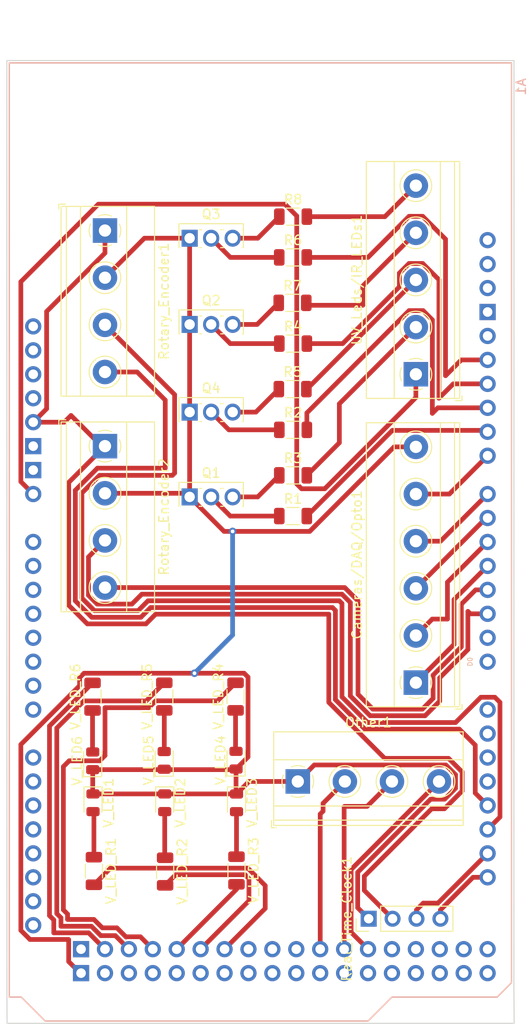
<source format=kicad_pcb>
(kicad_pcb (version 20240108) (generator "pcbnew") (generator_version "8.0")
  (layers (0 "F.Cu" signal) (31 "B.Cu" signal) (34 "B.Paste" user) (35 "F.Paste" user) (36 "B.SilkS" user "B.Silkscreen") (37 "F.SilkS" user "F.Silkscreen") (38 "B.Mask" user) (39 "F.Mask" user) (44 "Edge.Cuts" user))
  (net 0 "")
  (net 2 "+5V")
  (net 24 "Net-(A1-D2_INT0)")
  (net 25 "Net-(A1-D3_INT1)")
  (net 26 "Net-(Cameras/DAQ/Opto1-Pin_1)")
  (net 27 "Net-(Cameras/DAQ/Opto1-Pin_2)")
  (net 28 "Net-(Cameras/DAQ/Opto1-Pin_3)")
  (net 29 "Net-(Cameras/DAQ/Opto1-Pin_4)")
  (net 30 "Net-(Cameras/DAQ/Opto1-Pin_5)")
  (net 31 "Net-(A1-PadD9)")
  (net 32 "Net-(A1-PadD10)")
  (net 33 "Net-(A1-PadD11)")
  (net 34 "Net-(A1-PadD12)")
  (net 40 "Net-(A1-D18{slash}TX1)")
  (net 41 "Net-(A1-D19{slash}RX1)")
  (net 42 "Net-(A1-D20{slash}SDA)")
  (net 43 "Net-(A1-D21{slash}SCL)")
  (net 52 "Net-(Other1-Pin_4)")
  (net 54 "Net-(Other1-Pin_3)")
  (net 56 "Net-(Other1-Pin_2)")
  (net 64 "Net-(A1-PadD42)")
  (net 66 "Net-(A1-PadD44)")
  (net 68 "Net-(A1-PadD46)")
  (net 70 "Net-(A1-PadD48)")
  (net 72 "Net-(A1-D50_MISO)")
  (net 74 "Net-(A1-D52_SCK)")
  (net 80 "GND")
  (net 85 "VCC")
  (net 86 "Net-(Q1-B)")
  (net 87 "Net-(Q1-C)")
  (net 88 "Net-(Q2-B)")
  (net 89 "Net-(Q2-C)")
  (net 90 "Net-(Q3-B)")
  (net 91 "Net-(Q3-C)")
  (net 92 "Net-(Q4-B)")
  (net 93 "Net-(Q4-C)")
  (net 94 "Net-(UV_Leds/IR_LEDs1-Pin_2)")
  (net 95 "Net-(UV_Leds/IR_LEDs1-Pin_3)")
  (net 96 "Net-(UV_Leds/IR_LEDs1-Pin_4)")
  (net 97 "Net-(UV_Leds/IR_LEDs1-Pin_5)")
  (net 98 "Net-(V_LED1-A)")
  (net 99 "Net-(V_LED2-A)")
  (net 100 "Net-(V_LED3-A)")
  (net 101 "Net-(V_LED4-A)")
  (net 102 "Net-(V_LED5-A)")
  (net 103 "Net-(V_LED6-A)")
  (footprint "arduino-library:Arduino_Mega2560_R3_Shield_Reduced_Hole" (layer "F.Cu") (at 208.5336 41.4048 -90)
    (property "Reference" "A1")
    (property "Value" "Arduino_Mega2560_R3_Shield")
  )
  (footprint "Connector_PinHeader_2.54mm:PinHeader_1x04_P2.54mm_Vertical" (layer "F.Cu") (at 246.7 132.1562 90)
    (property "Reference" "Real_Time_Clock1")
    (property "Value" "Conn_01x04_Pin")
  )
  (footprint "LED_SMD:LED_0805_2012Metric" (layer "F.Cu") (at 232.6132 115.3437 90)
    (property "Reference" "V_LED4")
    (property "Value" "LED")
  )
  (footprint "TerminalBlock_Phoenix:TerminalBlock_Phoenix_MKDS-1,5-5_1x05_P5.00mm_Horizontal" (layer "F.Cu") (at 251.714 74.422 90)
    (property "Reference" "UV_Leds/IR_LEDs1")
    (property "Value" "Screw_Terminal_01x05")
  )
  (footprint "TerminalBlock_Phoenix:TerminalBlock_Phoenix_MKDS-1,5-4_1x04_P5.00mm_Horizontal" (layer "F.Cu") (at 218.694 59.182 -90)
    (property "Reference" "Rotary_Encoder1")
    (property "Value" "Screw_Terminal_01x04")
  )
  (footprint "TerminalBlock_Phoenix:TerminalBlock_Phoenix_MKDS-1,5-4_1x04_P5.00mm_Horizontal" (layer "F.Cu") (at 218.694 82.042 -90)
    (property "Reference" "Rotary_Encoder2")
    (property "Value" "Screw_Terminal_01x04")
  )
  (footprint "LED_SMD:LED_0805_2012Metric" (layer "F.Cu") (at 217.3932 115.4112 90)
    (property "Reference" "V_LED6")
    (property "Value" "LED")
  )
  (footprint "Resistor_SMD:R_1206_3216Metric" (layer "F.Cu") (at 238.6691 89.4588)
    (property "Reference" "R1")
    (property "Value" "1000")
  )
  (footprint "Resistor_SMD:R_1206_3216Metric" (layer "F.Cu") (at 232.66 127.0425 -90)
    (property "Reference" "V_LED_R3")
    (property "Value" "300")
  )
  (footprint "LED_SMD:LED_0805_2012Metric" (layer "F.Cu") (at 217.424 119.8603 -90)
    (property "Reference" "V_LED1")
    (property "Value" "LED")
  )
  (footprint "Resistor_SMD:R_1206_3216Metric" (layer "F.Cu") (at 238.6625 62.03)
    (property "Reference" "R6")
    (property "Value" "1000")
  )
  (footprint "LED_SMD:LED_0805_2012Metric" (layer "F.Cu") (at 225.04 119.86 -90)
    (property "Reference" "V_LED2")
    (property "Value" "LED")
  )
  (footprint "TerminalBlock_Phoenix:TerminalBlock_Phoenix_MKDS-1,5-4_1x04_P5.00mm_Horizontal" (layer "F.Cu") (at 239.174 117.602)
    (property "Reference" "Other1")
    (property "Value" "Screw_Terminal_01x04")
  )
  (footprint "Package_TO_SOT_THT:SIPAK_Vertical" (layer "F.Cu") (at 227.6856 59.9948)
    (property "Reference" "Q3")
    (property "Value" "2N2219")
  )
  (footprint "Resistor_SMD:R_1206_3216Metric" (layer "F.Cu") (at 238.6731 80.3148)
    (property "Reference" "R2")
    (property "Value" "1000")
  )
  (footprint "Resistor_SMD:R_1206_3216Metric" (layer "F.Cu") (at 225.08 127.1525 -90)
    (property "Reference" "V_LED_R2")
    (property "Value" "300")
  )
  (footprint "Resistor_SMD:R_1206_3216Metric" (layer "F.Cu") (at 232.5624 108.5997 90)
    (property "Reference" "V_LED_R4")
    (property "Value" "300")
  )
  (footprint "LED_SMD:LED_0805_2012Metric" (layer "F.Cu") (at 232.664 119.8675 -90)
    (property "Reference" "V_LED3")
    (property "Value" "LED")
  )
  (footprint "Resistor_SMD:R_1206_3216Metric" (layer "F.Cu") (at 238.6731 71.1708)
    (property "Reference" "R4")
    (property "Value" "1000")
  )
  (footprint "Package_TO_SOT_THT:SIPAK_Vertical" (layer "F.Cu") (at 227.6856 69.1388)
    (property "Reference" "Q2")
    (property "Value" "2N2219")
  )
  (footprint "Resistor_SMD:R_1206_3216Metric" (layer "F.Cu") (at 238.6691 85.1408)
    (property "Reference" "R3")
    (property "Value" "300")
  )
  (footprint "Resistor_SMD:R_1206_3216Metric" (layer "F.Cu") (at 238.6223 75.9968)
    (property "Reference" "R5")
    (property "Value" "300")
  )
  (footprint "Resistor_SMD:R_1206_3216Metric" (layer "F.Cu") (at 238.61 66.85)
    (property "Reference" "R7")
    (property "Value" "300")
  )
  (footprint "Resistor_SMD:R_1206_3216Metric" (layer "F.Cu") (at 217.52 127.0925 -90)
    (property "Reference" "V_LED_R1")
    (property "Value" "300")
  )
  (footprint "Resistor_SMD:R_1206_3216Metric" (layer "F.Cu") (at 224.9932 108.5997 90)
    (property "Reference" "V_LED_R5")
    (property "Value" "300")
  )
  (footprint "Resistor_SMD:R_1206_3216Metric" (layer "F.Cu") (at 217.3732 108.6104 90)
    (property "Reference" "V_LED_R6")
    (property "Value" "300")
  )
  (footprint "LED_SMD:LED_0805_2012Metric" (layer "F.Cu") (at 224.9832 115.3637 90)
    (property "Reference" "V_LED5")
    (property "Value" "LED")
  )
  (footprint "Package_TO_SOT_THT:SIPAK_Vertical" (layer "F.Cu") (at 227.6856 78.4352)
    (property "Reference" "Q4")
    (property "Value" "2N2219")
  )
  (footprint "Package_TO_SOT_THT:SIPAK_Vertical" (layer "F.Cu") (at 227.6856 87.4268)
    (property "Reference" "Q1")
    (property "Value" "2N2219")
  )
  (footprint "TerminalBlock_Phoenix:TerminalBlock_Phoenix_MKDS-1,5-6_1x06_P5.00mm_Horizontal" (layer "F.Cu") (at 251.714 107.122 90)
    (property "Reference" "Cameras/DAQ/Opto1")
    (property "Value" "Screw_Terminal_01x06")
  )
  (footprint "Resistor_SMD:R_1206_3216Metric" (layer "F.Cu") (at 238.6725 57.71)
    (property "Reference" "R8")
    (property "Value" "300")
  )
  (gr_line (start 262.1236 139.0448) (end 262.1336 41.1548) (stroke (width 0.1)) (layer "Edge.Cuts"))
  (gr_line (start 262.1336 41.1548) (end 208.2736 41.1548) (stroke (width 0.1)) (layer "Edge.Cuts"))
  (gr_line (start 262.1536 143.2448) (end 208.2936 143.2448) (stroke (width 0.1)) (layer "Edge.Cuts"))
  (gr_line (start 208.2836 140.7148) (end 208.2936 143.2448) (stroke (width 0.1)) (layer "Edge.Cuts"))
  (gr_line (start 208.2736 41.1548) (end 208.2836 140.7148) (stroke (width 0.1)) (layer "Edge.Cuts"))
  (gr_line (start 262.1236 139.0448) (end 262.1536 143.2448) (stroke (width 0.1)) (layer "Edge.Cuts"))
  (segment (start 224.0788 99.8616) (end 223.0484 100.892) (width 0.5) (layer "F.Cu") (net 2))
  (segment (start 214.844 85.892) (end 218.694 82.042) (width 0.5) (layer "F.Cu") (net 2))
  (segment (start 253.3904 120.4976) (end 254.743224 120.4976) (width 0.5) (layer "F.Cu") (net 2))
  (segment (start 212.4964 78.082) (end 211.0736 79.5048) (width 0.5) (layer "F.Cu") (net 2))
  (segment (start 246.2364 129.1526) (end 246.2364 127.6516) (width 0.5) (layer "F.Cu") (net 2))
  (segment (start 242.466213 109.21521) (end 242.466213 99.8616) (width 0.5) (layer "F.Cu") (net 2))
  (segment (start 242.466213 99.8616) (end 224.0788 99.8616) (width 0.5) (layer "F.Cu") (net 2))
  (segment (start 255.188824 115.152) (end 248.403003 115.152) (width 0.5) (layer "F.Cu") (net 2))
  (segment (start 254.743224 120.4976) (end 256.624 118.616824) (width 0.5) (layer "F.Cu") (net 2))
  (segment (start 249.24 132.1562) (end 246.2364 129.1526) (width 0.5) (layer "F.Cu") (net 2))
  (segment (start 215.0872 78.7908) (end 214.3732 79.5048) (width 0.5) (layer "F.Cu") (net 2))
  (segment (start 214.844 98.9184) (end 214.844 85.892) (width 0.5) (layer "F.Cu") (net 2))
  (segment (start 248.403003 115.152) (end 242.466213 109.21521) (width 0.5) (layer "F.Cu") (net 2))
  (segment (start 256.624 116.587176) (end 255.188824 115.152) (width 0.5) (layer "F.Cu") (net 2))
  (segment (start 218.694 59.182) (end 218.694 61.5696) (width 0.5) (layer "F.Cu") (net 2))
  (segment (start 212.4964 67.7672) (end 212.4964 78.082) (width 0.5) (layer "F.Cu") (net 2))
  (segment (start 256.624 118.616824) (end 256.624 116.587176) (width 0.5) (layer "F.Cu") (net 2))
  (segment (start 218.3384 82.042) (end 215.0872 78.7908) (width 0.5) (layer "F.Cu") (net 2))
  (segment (start 216.8176 100.892) (end 214.844 98.9184) (width 0.5) (layer "F.Cu") (net 2))
  (segment (start 218.694 82.042) (end 218.3384 82.042) (width 0.5) (layer "F.Cu") (net 2))
  (segment (start 218.694 61.5696) (end 212.4964 67.7672) (width 0.5) (layer "F.Cu") (net 2))
  (segment (start 246.2364 127.6516) (end 253.3904 120.4976) (width 0.5) (layer "F.Cu") (net 2))
  (segment (start 223.0484 100.892) (end 216.8176 100.892) (width 0.5) (layer "F.Cu") (net 2))
  (segment (start 214.3732 79.5048) (end 211.0736 79.5048) (width 0.5) (layer "F.Cu") (net 2))
  (segment (start 243.869176 97.742) (end 244.7544 98.627224) (width 0.5) (layer "F.Cu") (net 24))
  (segment (start 216.944 97.8688) (end 217.8672 98.792) (width 0.5) (layer "F.Cu") (net 24))
  (segment (start 216.944 93.792) (end 216.944 97.8688) (width 0.5) (layer "F.Cu") (net 24))
  (segment (start 254.2428 109.083149) (end 254.2428 106.61435) (width 0.5) (layer "F.Cu") (net 24))
  (segment (start 254.2428 106.61435) (end 257.24 103.617149) (width 0.5) (layer "F.Cu") (net 24))
  (segment (start 246.85205 110.6312) (end 252.69475 110.6312) (width 0.5) (layer "F.Cu") (net 24))
  (segment (start 252.69475 110.6312) (end 254.2428 109.083149) (width 0.5) (layer "F.Cu") (net 24))
  (segment (start 257.4968 99.8248) (end 259.3336 99.8248) (width 0.5) (layer "F.Cu") (net 24))
  (segment (start 222.6056 97.742) (end 243.869176 97.742) (width 0.5) (layer "F.Cu") (net 24))
  (segment (start 257.24 103.617149) (end 257.24 99.568) (width 0.5) (layer "F.Cu") (net 24))
  (segment (start 221.5556 98.792) (end 222.6056 97.742) (width 0.5) (layer "F.Cu") (net 24))
  (segment (start 244.7544 98.627224) (end 244.7544 108.53355) (width 0.5) (layer "F.Cu") (net 24))
  (segment (start 244.7544 108.53355) (end 246.85205 110.6312) (width 0.5) (layer "F.Cu") (net 24))
  (segment (start 218.694 92.042) (end 216.944 93.792) (width 0.5) (layer "F.Cu") (net 24))
  (segment (start 217.8672 98.792) (end 221.5556 98.792) (width 0.5) (layer "F.Cu") (net 24))
  (segment (start 257.24 99.568) (end 257.4968 99.8248) (width 0.5) (layer "F.Cu") (net 24))
  (segment (start 252.4048 109.9312) (end 253.5428 108.7932) (width 0.5) (layer "F.Cu") (net 25))
  (segment (start 245.5672 98.450074) (end 245.5672 108.3564) (width 0.5) (layer "F.Cu") (net 25))
  (segment (start 253.5428 106.3244) (end 256.54 103.3272) (width 0.5) (layer "F.Cu") (net 25))
  (segment (start 253.5428 108.7932) (end 253.5428 106.3244) (width 0.5) (layer "F.Cu") (net 25))
  (segment (start 244.159126 97.042) (end 245.5672 98.450074) (width 0.5) (layer "F.Cu") (net 25))
  (segment (start 256.54 103.3272) (end 256.54 98.806) (width 0.5) (layer "F.Cu") (net 25))
  (segment (start 258.0612 97.2848) (end 259.3336 97.2848) (width 0.5) (layer "F.Cu") (net 25))
  (segment (start 247.142 109.9312) (end 252.4048 109.9312) (width 0.5) (layer "F.Cu") (net 25))
  (segment (start 218.694 97.042) (end 244.159126 97.042) (width 0.5) (layer "F.Cu") (net 25))
  (segment (start 245.5672 108.3564) (end 247.142 109.9312) (width 0.5) (layer "F.Cu") (net 25))
  (segment (start 256.54 98.806) (end 258.0612 97.2848) (width 0.5) (layer "F.Cu") (net 25))
  (segment (start 251.714 107.122) (end 255.7668 103.0692) (width 0.5) (layer "F.Cu") (net 26))
  (segment (start 255.7668 98.3116) (end 259.3336 94.7448) (width 0.5) (layer "F.Cu") (net 26))
  (segment (start 255.7668 103.0692) (end 255.7668 98.3116) (width 0.5) (layer "F.Cu") (net 26))
  (segment (start 255.0668 100.3808) (end 253.4552 100.3808) (width 0.5) (layer "F.Cu") (net 27))
  (segment (start 255.0668 96.4716) (end 255.0668 100.3808) (width 0.5) (layer "F.Cu") (net 27))
  (segment (start 253.4552 100.3808) (end 251.714 102.122) (width 0.5) (layer "F.Cu") (net 27))
  (segment (start 259.3336 92.2048) (end 255.0668 96.4716) (width 0.5) (layer "F.Cu") (net 27))
  (segment (start 259.1712 89.6648) (end 259.3336 89.6648) (width 0.5) (layer "F.Cu") (net 28))
  (segment (start 251.714 97.122) (end 259.1712 89.6648) (width 0.5) (layer "F.Cu") (net 28))
  (segment (start 251.714 92.122) (end 254.3364 92.122) (width 0.5) (layer "F.Cu") (net 29))
  (segment (start 254.3364 92.122) (end 259.3336 87.1248) (width 0.5) (layer "F.Cu") (net 29))
  (segment (start 255.2724 87.122) (end 259.3336 83.0608) (width 0.5) (layer "F.Cu") (net 30))
  (segment (start 251.714 87.122) (end 255.2724 87.122) (width 0.5) (layer "F.Cu") (net 30))
  (segment (start 249.2184 80.372) (end 259.1848 80.372) (width 0.5) (layer "F.Cu") (net 31))
  (segment (start 240.1316 89.4588) (end 249.2184 80.372) (width 0.5) (layer "F.Cu") (net 31))
  (segment (start 259.1848 80.372) (end 259.3336 80.5208) (width 0.5) (layer "F.Cu") (net 31))
  (segment (start 240.1356 80.3148) (end 240.1356 78.525526) (width 0.5) (layer "F.Cu") (net 32))
  (segment (start 253.464 68.6536) (end 253.464 78.5648) (width 0.5) (layer "F.Cu") (net 32))
  (segment (start 240.1356 78.525526) (end 250.989126 67.672) (width 0.5) (layer "F.Cu") (net 32))
  (segment (start 250.989126 67.672) (end 252.4824 67.672) (width 0.5) (layer "F.Cu") (net 32))
  (segment (start 252.4824 67.672) (end 253.464 68.6536) (width 0.5) (layer "F.Cu") (net 32))
  (segment (start 253.464 78.5648) (end 254.048 77.9808) (width 0.5) (layer "F.Cu") (net 32))
  (segment (start 254.048 77.9808) (end 259.3336 77.9808) (width 0.5) (layer "F.Cu") (net 32))
  (segment (start 250.989126 62.672) (end 252.438874 62.672) (width 0.5) (layer "F.Cu") (net 33))
  (segment (start 240.1356 71.1708) (end 243.940074 71.1708) (width 0.5) (layer "F.Cu") (net 33))
  (segment (start 252.438874 62.672) (end 254.164 64.397126) (width 0.5) (layer "F.Cu") (net 33))
  (segment (start 254.164 76.962) (end 255.6852 75.4408) (width 0.5) (layer "F.Cu") (net 33))
  (segment (start 243.940074 71.1708) (end 249.964 65.146874) (width 0.5) (layer "F.Cu") (net 33))
  (segment (start 255.6852 75.4408) (end 259.3336 75.4408) (width 0.5) (layer "F.Cu") (net 33))
  (segment (start 254.164 64.397126) (end 254.164 76.962) (width 0.5) (layer "F.Cu") (net 33))
  (segment (start 249.964 63.697126) (end 250.989126 62.672) (width 0.5) (layer "F.Cu") (net 33))
  (segment (start 249.964 65.146874) (end 249.964 63.697126) (width 0.5) (layer "F.Cu") (net 33))
  (segment (start 254.8636 74.5744) (end 256.5372 72.9008) (width 0.5) (layer "F.Cu") (net 34))
  (segment (start 252.438874 57.672) (end 254.8636 60.096726) (width 0.5) (layer "F.Cu") (net 34))
  (segment (start 240.125 62.03) (end 246.631126 62.03) (width 0.5) (layer "F.Cu") (net 34))
  (segment (start 250.989126 57.672) (end 252.438874 57.672) (width 0.5) (layer "F.Cu") (net 34))
  (segment (start 246.631126 62.03) (end 250.989126 57.672) (width 0.5) (layer "F.Cu") (net 34))
  (segment (start 254.8636 60.096726) (end 254.8636 74.5744) (width 0.5) (layer "F.Cu") (net 34))
  (segment (start 256.5372 72.9008) (end 259.3336 72.9008) (width 0.5) (layer "F.Cu") (net 34))
  (segment (start 225.0948 77.1652) (end 225.0948 84.3788) (width 0.5) (layer "F.Cu") (net 40))
  (segment (start 246.294551 112.0536) (end 256.3256 112.0536) (width 0.5) (layer "F.Cu") (net 40))
  (segment (start 222.1116 74.182) (end 225.0948 77.1652) (width 0.5) (layer "F.Cu") (net 40))
  (segment (start 225.0948 84.3788) (end 217.892376 84.3788) (width 0.5) (layer "F.Cu") (net 40))
  (segment (start 243.166213 99.4664) (end 243.166213 108.925261) (width 0.5) (layer "F.Cu") (net 40))
  (segment (start 215.544 86.727176) (end 215.544 98.448699) (width 0.5) (layer "F.Cu") (net 40))
  (segment (start 218.694 74.182) (end 222.1116 74.182) (width 0.5) (layer "F.Cu") (net 40))
  (segment (start 258.02 113.748) (end 258.02 118.8312) (width 0.5) (layer "F.Cu") (net 40))
  (segment (start 256.3256 112.0536) (end 258.02 113.748) (width 0.5) (layer "F.Cu") (net 40))
  (segment (start 222.505949 100.192) (end 223.53635 99.1616) (width 0.5) (layer "F.Cu") (net 40))
  (segment (start 242.861413 99.1616) (end 243.166213 99.4664) (width 0.5) (layer "F.Cu") (net 40))
  (segment (start 215.544 98.448699) (end 217.287301 100.192) (width 0.5) (layer "F.Cu") (net 40))
  (segment (start 243.166213 108.925261) (end 246.294551 112.0536) (width 0.5) (layer "F.Cu") (net 40))
  (segment (start 258.02 118.8312) (end 259.3336 120.1448) (width 0.5) (layer "F.Cu") (net 40))
  (segment (start 217.892376 84.3788) (end 215.544 86.727176) (width 0.5) (layer "F.Cu") (net 40))
  (segment (start 223.53635 99.1616) (end 242.861413 99.1616) (width 0.5) (layer "F.Cu") (net 40))
  (segment (start 217.287301 100.192) (end 222.505949 100.192) (width 0.5) (layer "F.Cu") (net 40))
  (segment (start 225.8568 85.1408) (end 218.120326 85.1408) (width 0.5) (layer "F.Cu") (net 41))
  (segment (start 223.266 98.442) (end 243.579226 98.442) (width 0.5) (layer "F.Cu") (net 41))
  (segment (start 255.9304 111.3536) (end 258.6128 108.6712) (width 0.5) (layer "F.Cu") (net 41))
  (segment (start 217.577251 99.492) (end 222.216 99.492) (width 0.5) (layer "F.Cu") (net 41))
  (segment (start 226.0928 76.5808) (end 226.0928 84.9048) (width 0.5) (layer "F.Cu") (net 41))
  (segment (start 243.579226 98.442) (end 243.866213 98.728987) (width 0.5) (layer "F.Cu") (net 41))
  (segment (start 243.866213 108.635312) (end 246.584501 111.3536) (width 0.5) (layer "F.Cu") (net 41))
  (segment (start 246.584501 111.3536) (end 255.9304 111.3536) (width 0.5) (layer "F.Cu") (net 41))
  (segment (start 243.866213 98.728987) (end 243.866213 108.635312) (width 0.5) (layer "F.Cu") (net 41))
  (segment (start 260.106 108.6712) (end 260.6472 109.2124) (width 0.5) (layer "F.Cu") (net 41))
  (segment (start 226.0928 84.9048) (end 225.8568 85.1408) (width 0.5) (layer "F.Cu") (net 41))
  (segment (start 218.120326 85.1408) (end 216.244 87.017126) (width 0.5) (layer "F.Cu") (net 41))
  (segment (start 260.6472 109.2124) (end 260.6472 121.3712) (width 0.5) (layer "F.Cu") (net 41))
  (segment (start 222.216 99.492) (end 223.266 98.442) (width 0.5) (layer "F.Cu") (net 41))
  (segment (start 216.244 98.15875) (end 217.577251 99.492) (width 0.5) (layer "F.Cu") (net 41))
  (segment (start 260.6472 121.3712) (end 259.3336 122.6848) (width 0.5) (layer "F.Cu") (net 41))
  (segment (start 218.694 69.182) (end 226.0928 76.5808) (width 0.5) (layer "F.Cu") (net 41))
  (segment (start 258.6128 108.6712) (end 260.106 108.6712) (width 0.5) (layer "F.Cu") (net 41))
  (segment (start 216.244 87.017126) (end 216.244 98.15875) (width 0.5) (layer "F.Cu") (net 41))
  (segment (start 252.5 130.5) (end 254.0584 130.5) (width 0.5) (layer "F.Cu") (net 42))
  (segment (start 251.78 131.22) (end 252.5 130.5) (width 0.5) (layer "F.Cu") (net 42))
  (segment (start 251.78 132.1562) (end 251.78 131.22) (width 0.5) (layer "F.Cu") (net 42))
  (segment (start 254.0584 130.5) (end 259.3336 125.2248) (width 0.5) (layer "F.Cu") (net 42))
  (segment (start 254.32 132.1562) (end 254.32 131.22835) (width 0.5) (layer "F.Cu") (net 43))
  (segment (start 254.32 131.22835) (end 257.78355 127.7648) (width 0.5) (layer "F.Cu") (net 43))
  (segment (start 257.78355 127.7648) (end 259.3336 127.7648) (width 0.5) (layer "F.Cu") (net 43))
  (segment (start 254.174 117.602) (end 244.8364 126.9396) (width 0.5) (layer "F.Cu") (net 52))
  (segment (start 244.8364 133.5876) (end 246.6336 135.3848) (width 0.5) (layer "F.Cu") (net 52))
  (segment (start 244.8364 126.9396) (end 244.8364 133.5876) (width 0.5) (layer "F.Cu") (net 52))
  (segment (start 249.174 117.602) (end 246.5324 120.2436) (width 0.5) (layer "F.Cu") (net 54))
  (segment (start 246.5324 120.2436) (end 244.1448 120.2436) (width 0.5) (layer "F.Cu") (net 54))
  (segment (start 244.1448 120.2436) (end 244.0936 120.2948) (width 0.5) (layer "F.Cu") (net 54))
  (segment (start 244.0936 120.2948) (end 244.0936 135.3848) (width 0.5) (layer "F.Cu") (net 54))
  (segment (start 241.5536 121.0568) (end 241.5536 135.3848) (width 0.5) (layer "F.Cu") (net 56))
  (segment (start 244.174 117.602) (end 241.8588 119.9172) (width 0.5) (layer "F.Cu") (net 56))
  (segment (start 241.8588 120.7516) (end 241.5536 121.0568) (width 0.5) (layer "F.Cu") (net 56))
  (segment (start 241.8588 119.9172) (end 241.8588 120.7516) (width 0.5) (layer "F.Cu") (net 56))
  (segment (start 235.712 128.639601) (end 235.712 131.0664) (width 0.5) (layer "F.Cu") (net 64))
  (segment (start 235.712 131.0664) (end 231.3936 135.3848) (width 0.5) (layer "F.Cu") (net 64))
  (segment (start 217.52 128.555) (end 219.2825 126.7925) (width 0.5) (layer "F.Cu") (net 64))
  (segment (start 219.2825 126.7925) (end 233.864899 126.7925) (width 0.5) (layer "F.Cu") (net 64))
  (segment (start 233.864899 126.7925) (end 235.712 128.639601) (width 0.5) (layer "F.Cu") (net 64))
  (segment (start 233.574949 127.4925) (end 233.985 127.902551) (width 0.5) (layer "F.Cu") (net 66))
  (segment (start 226.2025 127.4925) (end 233.574949 127.4925) (width 0.5) (layer "F.Cu") (net 66))
  (segment (start 225.08 128.615) (end 226.2025 127.4925) (width 0.5) (layer "F.Cu") (net 66))
  (segment (start 233.985 130.2534) (end 228.8536 135.3848) (width 0.5) (layer "F.Cu") (net 66))
  (segment (start 233.985 127.902551) (end 233.985 130.2534) (width 0.5) (layer "F.Cu") (net 66))
  (segment (start 232.66 129.0384) (end 232.66 128.505) (width 0.5) (layer "F.Cu") (net 68))
  (segment (start 226.3136 135.3848) (end 232.66 129.0384) (width 0.5) (layer "F.Cu") (net 68))
  (segment (start 214.720399 132.2324) (end 217.521099 132.2324) (width 0.5) (layer "F.Cu") (net 70))
  (segment (start 214.275575 131.215225) (end 214.7204 131.66005) (width 0.5) (layer "F.Cu") (net 70))
  (segment (start 230.6499 109.0497) (end 224.078251 109.0497) (width 0.5) (layer "F.Cu") (net 70))
  (segment (start 223.349151 109.7788) (end 218.6982 109.7788) (width 0.5) (layer "F.Cu") (net 70))
  (segment (start 223.7736 135.3848) (end 222.46 134.0712) (width 0.5) (layer "F.Cu") (net 70))
  (segment (start 214.275575 116.026025) (end 214.275575 131.215225) (width 0.5) (layer "F.Cu") (net 70))
  (segment (start 232.5624 107.1372) (end 230.6499 109.0497) (width 0.5) (layer "F.Cu") (net 70))
  (segment (start 218.136811 115.4112) (end 214.8904 115.4112) (width 0.5) (layer "F.Cu") (net 70))
  (segment (start 218.412349 133.123651) (end 219.962401 133.123651) (width 0.5) (layer "F.Cu") (net 70))
  (segment (start 214.7204 131.66005) (end 214.720399 132.2324) (width 0.5) (layer "F.Cu") (net 70))
  (segment (start 217.521099 132.2324) (end 218.412349 133.123651) (width 0.5) (layer "F.Cu") (net 70))
  (segment (start 222.46 134.0712) (end 220.939975 134.0712) (width 0.5) (layer "F.Cu") (net 70))
  (segment (start 214.8904 115.4112) (end 214.275575 116.026025) (width 0.5) (layer "F.Cu") (net 70))
  (segment (start 218.6982 114.849811) (end 218.136811 115.4112) (width 0.5) (layer "F.Cu") (net 70))
  (segment (start 224.078251 109.0497) (end 223.349151 109.7788) (width 0.5) (layer "F.Cu") (net 70))
  (segment (start 218.6982 109.7788) (end 218.6982 114.849811) (width 0.5) (layer "F.Cu") (net 70))
  (segment (start 219.962401 133.123651) (end 220.939975 134.101225) (width 0.5) (layer "F.Cu") (net 70))
  (segment (start 219.797625 133.948825) (end 221.2336 135.3848) (width 0.5) (layer "F.Cu") (net 72))
  (segment (start 216.458251 109.0604) (end 213.575575 111.943076) (width 0.5) (layer "F.Cu") (net 72))
  (segment (start 213.575575 111.943076) (end 213.575575 131.610425) (width 0.5) (layer "F.Cu") (net 72))
  (segment (start 214.0204 132.055251) (end 214.0204 132.9548) (width 0.5) (layer "F.Cu") (net 72))
  (segment (start 217.25355 132.9548) (end 218.247574 133.948825) (width 0.5) (layer "F.Cu") (net 72))
  (segment (start 224.9932 107.1372) (end 223.07 109.0604) (width 0.5) (layer "F.Cu") (net 72))
  (segment (start 218.247574 133.948825) (end 219.797625 133.948825) (width 0.5) (layer "F.Cu") (net 72))
  (segment (start 213.575575 131.610425) (end 214.0204 132.055251) (width 0.5) (layer "F.Cu") (net 72))
  (segment (start 223.07 109.0604) (end 216.458251 109.0604) (width 0.5) (layer "F.Cu") (net 72))
  (segment (start 214.0204 132.9548) (end 217.25355 132.9548) (width 0.5) (layer "F.Cu") (net 72))
  (segment (start 218.6936 135.3848) (end 216.9636 133.6548) (width 0.5) (layer "F.Cu") (net 74))
  (segment (start 213.2584 133.6548) (end 213.2584 132.2832) (width 0.5) (layer "F.Cu") (net 74))
  (segment (start 217.3732 107.1479) (end 212.8012 111.7199) (width 0.5) (layer "F.Cu") (net 74))
  (segment (start 212.8012 111.7199) (end 212.8012 131.826) (width 0.5) (layer "F.Cu") (net 74))
  (segment (start 216.9636 133.6548) (end 213.2584 133.6548) (width 0.5) (layer "F.Cu") (net 74))
  (segment (start 213.2584 132.2832) (end 212.8012 131.826) (width 0.5) (layer "F.Cu") (net 74))
  (segment (start 218.694 64.182) (end 222.8812 59.9948) (width 0.5) (layer "F.Cu") (net 80))
  (segment (start 249.3988 82.122) (end 251.714 82.122) (width 0.5) (layer "F.Cu") (net 80))
  (segment (start 227.6856 78.4352) (end 227.6856 87.4268) (width 0.5) (layer "F.Cu") (net 80))
  (segment (start 232.6132 118.8792) (end 232.664 118.93) (width 0.5) (layer "F.Cu") (net 80))
  (segment (start 227.6856 59.9948) (end 227.6856 78.4352) (width 0.5) (layer "F.Cu") (net 80))
  (segment (start 217.3932 116.3487) (end 232.5457 116.3487) (width 0.5) (layer "F.Cu") (net 80))
  (segment (start 217.3932 118.892) (end 217.424 118.9228) (width 0.5) (layer "F.Cu") (net 80))
  (segment (start 233.8874 115.007) (end 232.6132 116.2812) (width 0.5) (layer "F.Cu") (net 80))
  (segment (start 217.3932 116.3487) (end 217.3932 118.892) (width 0.5) (layer "F.Cu") (net 80))
  (segment (start 240.4364 91.0844) (end 249.3988 82.122) (width 0.5) (layer "F.Cu") (net 80))
  (segment (start 222.8812 59.9948) (end 227.6856 59.9948) (width 0.5) (layer "F.Cu") (net 80))
  (segment (start 239.174 117.602) (end 240.924 115.852) (width 0.5) (layer "F.Cu") (net 80))
  (segment (start 240.924 115.852) (end 254.898874 115.852) (width 0.5) (layer "F.Cu") (net 80))
  (segment (start 216.468951 106.1247) (end 228.2 106.1247) (width 0.5) (layer "F.Cu") (net 80))
  (segment (start 254.898874 115.852) (end 255.924 116.877126) (width 0.5) (layer "F.Cu") (net 80))
  (segment (start 232.6132 116.2812) (end 232.6132 118.8792) (width 0.5) (layer "F.Cu") (net 80))
  (segment (start 214.822 134.3548) (end 210.725889 134.3548) (width 0.5) (layer "F.Cu") (net 80))
  (segment (start 216.1536 137.9248) (end 216.0664 137.9248) (width 0.5) (layer "F.Cu") (net 80))
  (segment (start 209.76 113.6836) (end 216.0016 107.442) (width 0.5) (layer "F.Cu") (net 80))
  (segment (start 254.771499 119.479375) (end 253.286575 119.479375) (width 0.5) (layer "F.Cu") (net 80))
  (segment (start 232.5457 116.3487) (end 232.6132 116.2812) (width 0.5) (layer "F.Cu") (net 80))
  (segment (start 217.424 118.9228) (end 232.6568 118.9228) (width 0.5) (layer "F.Cu") (net 80))
  (segment (start 214.84 136.6984) (end 214.84 134.3728) (width 0.5) (layer "F.Cu") (net 80))
  (segment (start 227.3008 87.042) (end 227.6856 87.4268) (width 0.5) (layer "F.Cu") (net 80))
  (segment (start 216.0016 106.592051) (end 216.468951 106.1247) (width 0.5) (layer "F.Cu") (net 80))
  (segment (start 216.0016 107.442) (end 216.0016 106.592051) (width 0.5) (layer "F.Cu") (net 80))
  (segment (start 227.6856 87.4268) (end 231.3432 91.0844) (width 0.5) (layer "F.Cu") (net 80))
  (segment (start 233.477349 106.1247) (end 233.8874 106.534751) (width 0.5) (layer "F.Cu") (net 80))
  (segment (start 245.5364 130.9926) (end 246.7 132.1562) (width 0.5) (layer "F.Cu") (net 80))
  (segment (start 209.76 133.388911) (end 209.76 113.6836) (width 0.5) (layer "F.Cu") (net 80))
  (segment (start 240.4364 91.0844) (end 241.1488 90.372) (width 0.5) (layer "F.Cu") (net 80))
  (segment (start 214.84 134.3728) (end 214.822 134.3548) (width 0.5) (layer "F.Cu") (net 80))
  (segment (start 231.3432 91.0844) (end 232.25 91.0844) (width 0.5) (layer "F.Cu") (net 80))
  (segment (start 255.924 116.877126) (end 255.924 118.326874) (width 0.5) (layer "F.Cu") (net 80))
  (segment (start 233.992 117.602) (end 239.174 117.602) (width 0.5) (layer "F.Cu") (net 80))
  (segment (start 253.286575 119.479375) (end 245.5364 127.22955) (width 0.5) (layer "F.Cu") (net 80))
  (segment (start 218.694 87.042) (end 227.3008 87.042) (width 0.5) (layer "F.Cu") (net 80))
  (segment (start 210.725889 134.3548) (end 209.76 133.388911) (width 0.5) (layer "F.Cu") (net 80))
  (segment (start 255.924 118.326874) (end 254.771499 119.479375) (width 0.5) (layer "F.Cu") (net 80))
  (segment (start 232.664 118.93) (end 233.992 117.602) (width 0.5) (layer "F.Cu") (net 80))
  (segment (start 216.0664 137.9248) (end 214.84 136.6984) (width 0.5) (layer "F.Cu") (net 80))
  (segment (start 245.5364 127.22955) (end 245.5364 130.9926) (width 0.5) (layer "F.Cu") (net 80))
  (segment (start 228.2 106.1247) (end 233.477349 106.1247) (width 0.5) (layer "F.Cu") (net 80))
  (segment (start 232.6568 118.9228) (end 232.664 118.93) (width 0.5) (layer "F.Cu") (net 80))
  (segment (start 233.8874 106.534751) (end 233.8874 115.007) (width 0.5) (layer "F.Cu") (net 80))
  (segment (start 232.25 91.0844) (end 240.4364 91.0844) (width 0.5) (layer "F.Cu") (net 80))
  (via (at 232.25 91.0844) (size 0.8) (drill 0.4) (layers "F.Cu" "B.Cu") (net 80))
  (via (at 228.2 106.1247) (size 0.8) (drill 0.4) (layers "F.Cu" "B.Cu") (net 80))
  (segment (start 232.25 91.0844) (end 232.25 102.0747) (width 0.5) (layer "B.Cu") (net 80))
  (segment (start 232.25 102.0747) (end 228.2 106.1247) (width 0.5) (layer "B.Cu") (net 80))
  (segment (start 251.714 76.88645) (end 251.714 74.422) (width 0.5) (layer "F.Cu") (net 85))
  (segment (start 211.0736 87.1248) (end 209.76 85.8112) (width 0.5) (layer "F.Cu") (net 85))
  (segment (start 237.812449 56.385) (end 239.06 57.632551) (width 0.5) (layer "F.Cu") (net 85))
  (segment (start 239.06 86.0504) (end 239.5728 86.5632) (width 0.5) (layer "F.Cu") (net 85))
  (segment (start 239.06 57.632551) (end 239.06 86.0504) (width 0.5) (layer "F.Cu") (net 85))
  (segment (start 242.03725 86.5632) (end 251.714 76.88645) (width 0.5) (layer "F.Cu") (net 85))
  (segment (start 209.76 64.616) (end 217.991 56.385) (width 0.5) (layer "F.Cu") (net 85))
  (segment (start 217.991 56.385) (end 237.812449 56.385) (width 0.5) (layer "F.Cu") (net 85))
  (segment (start 209.76 85.8112) (end 209.76 64.616) (width 0.5) (layer "F.Cu") (net 85))
  (segment (start 239.5728 86.5632) (end 242.03725 86.5632) (width 0.5) (layer "F.Cu") (net 85))
  (segment (start 232.0036 89.4588) (end 229.9716 87.4268) (width 0.5) (layer "F.Cu") (net 86))
  (segment (start 237.2066 89.4588) (end 232.0036 89.4588) (width 0.5) (layer "F.Cu") (net 86))
  (segment (start 237.2066 85.1408) (end 234.9206 87.4268) (width 0.5) (layer "F.Cu") (net 87))
  (segment (start 234.9206 87.4268) (end 232.2576 87.4268) (width 0.5) (layer "F.Cu") (net 87))
  (segment (start 232.0036 71.1708) (end 229.9716 69.1388) (width 0.5) (layer "F.Cu") (net 88))
  (segment (start 237.2106 71.1708) (end 232.0036 71.1708) (width 0.5) (layer "F.Cu") (net 88))
  (segment (start 237.1475 66.85) (end 234.8587 69.1388) (width 0.5) (layer "F.Cu") (net 89))
  (segment (start 234.8587 69.1388) (end 232.2576 69.1388) (width 0.5) (layer "F.Cu") (net 89))
  (segment (start 237.2 62.03) (end 232.0068 62.03) (width 0.5) (layer "F.Cu") (net 90))
  (segment (start 232.0068 62.03) (end 229.9716 59.9948) (width 0.5) (layer "F.Cu") (net 90))
  (segment (start 237.21 57.71) (end 234.9252 59.9948) (width 0.5) (layer "F.Cu") (net 91))
  (segment (start 234.9252 59.9948) (end 232.2576 59.9948) (width 0.5) (layer "F.Cu") (net 91))
  (segment (start 237.2106 80.3148) (end 231.8512 80.3148) (width 0.5) (layer "F.Cu") (net 92))
  (segment (start 231.8512 80.3148) (end 229.9716 78.4352) (width 0.5) (layer "F.Cu") (net 92))
  (segment (start 234.7214 78.4352) (end 232.2576 78.4352) (width 0.5) (layer "F.Cu") (net 93))
  (segment (start 237.1598 75.9968) (end 234.7214 78.4352) (width 0.5) (layer "F.Cu") (net 93))
  (segment (start 243.586 81.6864) (end 243.586 77.55) (width 0.5) (layer "F.Cu") (net 94))
  (segment (start 243.586 77.55) (end 251.714 69.422) (width 0.5) (layer "F.Cu") (net 94))
  (segment (start 240.1316 85.1408) (end 243.586 81.6864) (width 0.5) (layer "F.Cu") (net 94))
  (segment (start 240.1392 75.9968) (end 251.714 64.422) (width 0.5) (layer "F.Cu") (net 95))
  (segment (start 240.0848 75.9968) (end 240.1392 75.9968) (width 0.5) (layer "F.Cu") (net 95))
  (segment (start 246.0752 67.1068) (end 246.0752 65.0608) (width 0.5) (layer "F.Cu") (net 96))
  (segment (start 246.0752 65.0608) (end 251.714 59.422) (width 0.5) (layer "F.Cu") (net 96))
  (segment (start 240.3293 67.1068) (end 246.0752 67.1068) (width 0.5) (layer "F.Cu") (net 96))
  (segment (start 240.0725 66.85) (end 240.3293 67.1068) (width 0.5) (layer "F.Cu") (net 96))
  (segment (start 240.135 57.71) (end 248.426 57.71) (width 0.5) (layer "F.Cu") (net 97))
  (segment (start 248.426 57.71) (end 251.714 54.422) (width 0.5) (layer "F.Cu") (net 97))
  (segment (start 217.52 125.63) (end 217.52 120.8938) (width 0.5) (layer "F.Cu") (net 98))
  (segment (start 217.52 120.8938) (end 217.424 120.7978) (width 0.5) (layer "F.Cu") (net 98))
  (segment (start 225.04 120.7975) (end 225.04 125.65) (width 0.5) (layer "F.Cu") (net 99))
  (segment (start 225.04 125.65) (end 225.08 125.69) (width 0.5) (layer "F.Cu") (net 99))
  (segment (start 232.664 120.805) (end 232.664 125.576) (width 0.5) (layer "F.Cu") (net 100))
  (segment (start 232.664 125.576) (end 232.66 125.58) (width 0.5) (layer "F.Cu") (net 100))
  (segment (start 232.5624 114.3554) (end 232.6132 114.4062) (width 0.5) (layer "F.Cu") (net 101))
  (segment (start 232.5624 110.0622) (end 232.5624 114.3554) (width 0.5) (layer "F.Cu") (net 101))
  (segment (start 224.9932 114.4162) (end 224.9832 114.4262) (width 0.5) (layer "F.Cu") (net 102))
  (segment (start 224.9932 110.0622) (end 224.9932 114.4162) (width 0.5) (layer "F.Cu") (net 102))
  (segment (start 217.3732 110.0729) (end 217.3732 114.4537) (width 0.5) (layer "F.Cu") (net 103))
  (segment (start 217.3732 114.4537) (end 217.3932 114.4737) (width 0.5) (layer "F.Cu") (net 103))
)
</source>
